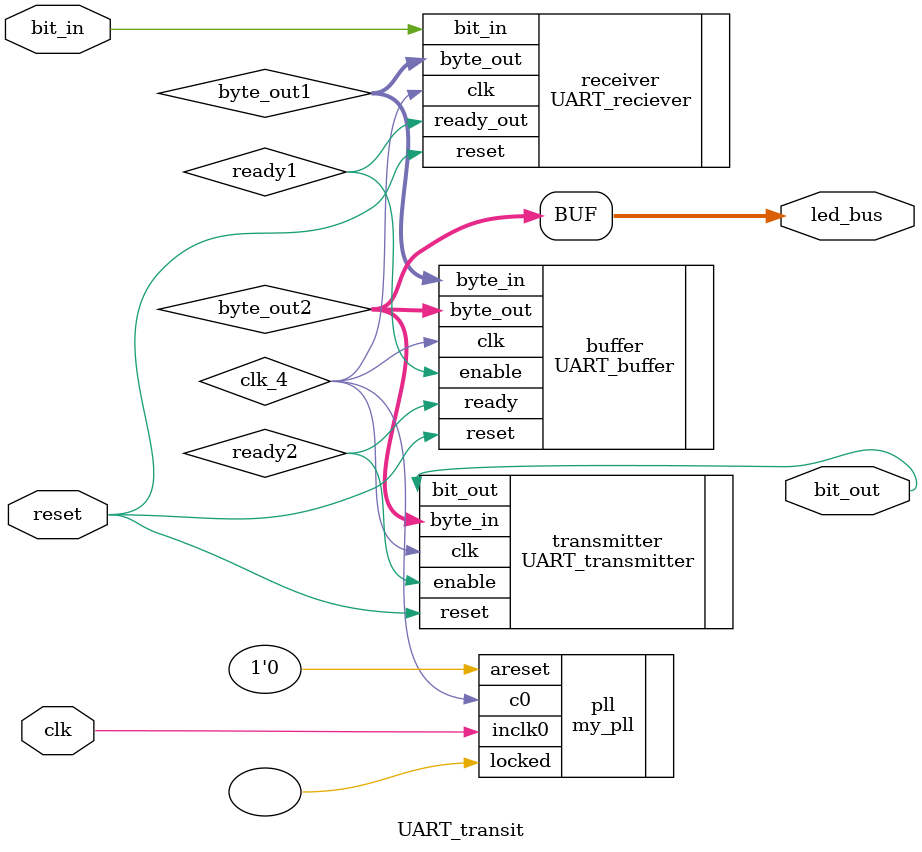
<source format=sv>
module UART_transit
    (
        input wire bit_in,
        input wire clk,
        input wire reset,
        output wire bit_out,
        output wire [7:0] led_bus
    );

    wire [7:0] byte_out1;
    wire [7:0] byte_out2;

    wire ready1;
    wire ready2;
	 
    wire clk_4;

    assign led_bus = byte_out2;

    my_pll pll (
        .inclk0(clk),
        .areset(1'b0),
        .c0(clk_4),
        .locked()
    );
	 
    UART_reciever receiver (
        .clk(clk_4), 
        .reset(reset),
        .bit_in(bit_in), 
        .byte_out(byte_out1),            // Change: consistent named connection
        .ready_out(ready1)
    );

    UART_buffer buffer (
        .clk(clk_4), 
        .reset(reset), 
        .enable(ready1),
        .byte_in(byte_out1), 
        .byte_out(byte_out2), 
        .ready(ready2)
    );

    UART_transmitter transmitter (
        .clk(clk_4), 
        .reset(reset), 
        .enable(ready2),
        .byte_in(byte_out2), 
        .bit_out(bit_out)
    );

endmodule

</source>
